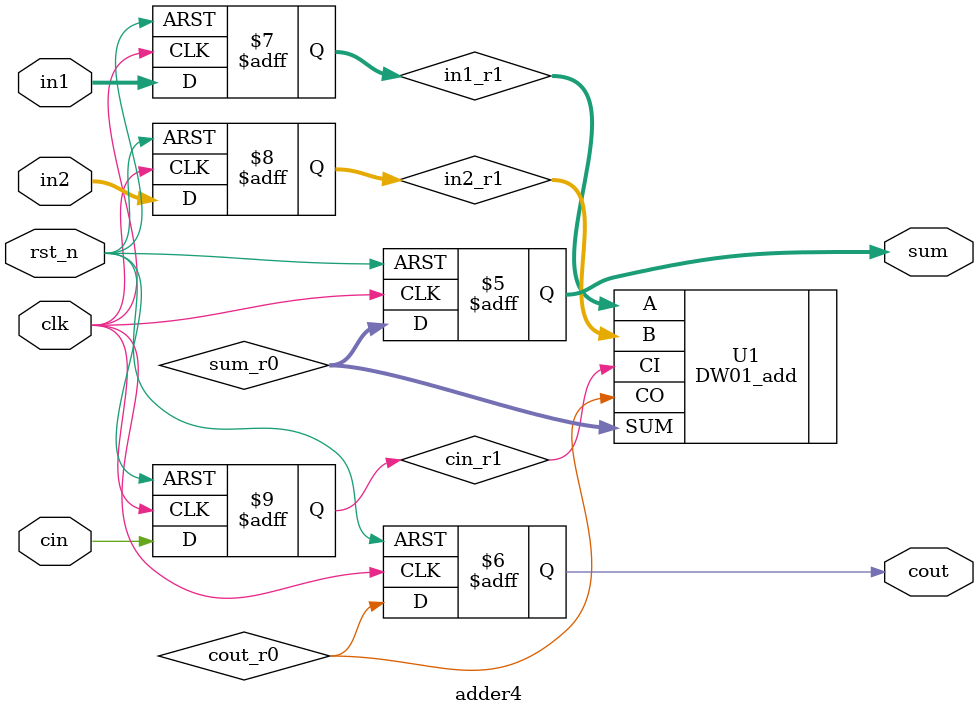
<source format=v>
module adder4 (
  input clk,
  input rst_n,
  input [3:0] in1,
  input [3:0] in2,
  input cin,
  output reg [3:0] sum,
  output reg cout
);

reg [3:0] in1_r1,in2_r1;
reg cin_r1;

always @(posedge clk or negedge rst_n) begin
  if (rst_n == 1'b0) begin
    in1_r1 <= 4'b0;
    in2_r1 <= 4'b0;
    cin_r1 <= 1'b0;
  end else begin
    in1_r1 <= in1;
    in2_r1 <= in2;
    cin_r1 <= cin;
  end
end

wire [3:0] sum_r0;
wire cout_r0;

DW01_add #(4) U1 (.A(in1_r1), .B(in2_r1), .CI(cin_r1), .SUM(sum_r0), .CO(cout_r0));

//wire [3:0] p,g,c;
//assign g = {in1_r1[3]&in2_r1[3],in1_r1[2]&in2_r1[2],in1_r1[1]&in2_r1[1],in1_r1[0]&in2_r1[0]};
//assign p = {in1_r1[3]|in2_r1[3],in1_r1[2]|in2_r1[2],in1_r1[1]|in2_r1[1],in1_r1[0]|in2_r1[0]};
//assign c[0] = g[0] + p[0]*cin_r1;
//assign c[1] = g[1] + p[1]*c[0];
//assign c[2] = g[2] + p[2]*c[1];
//assign c[3] = g[3] + p[3]*c[2];
//
//assign G = c[3];
//assign P = p[0]&p[1]&p[2]&p[3];
//assign G8 = G + P*G4;

always @(posedge clk or negedge rst_n) begin
  if (rst_n == 1'b0) begin
	sum  <= 4'b0;
    cout <= 1'b0;
  end else begin
	sum  <= sum_r0;
    cout <= cout_r0;
  end
end

endmodule

</source>
